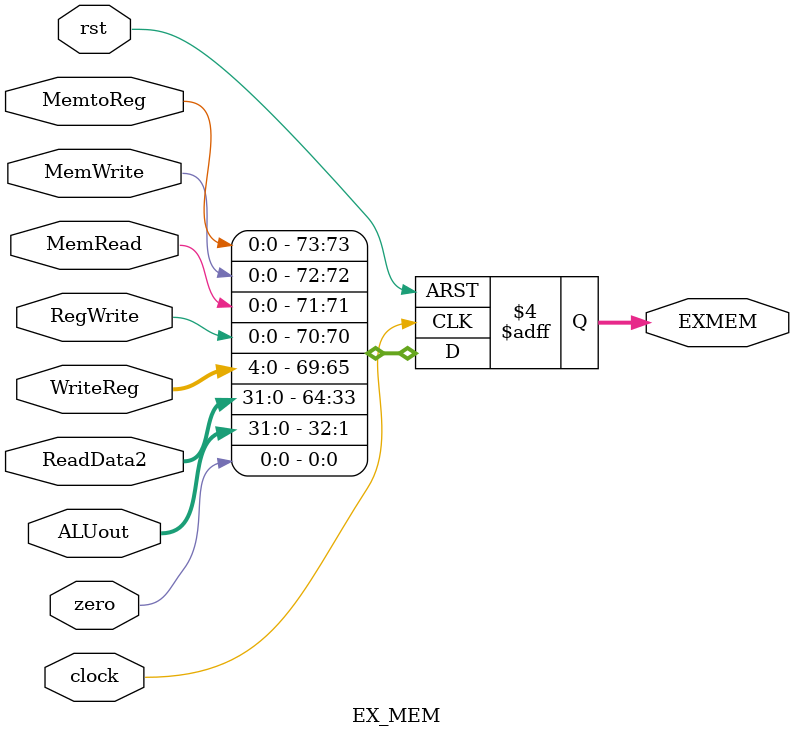
<source format=v>

module EX_MEM(clock,rst, MemtoReg,EXMEM, zero, ALUout, ReadData2, WriteReg, RegWrite,MemRead,MemWrite);

input clock, rst, zero, RegWrite,MemRead,MemWrite,MemtoReg;
input [31:0] ALUout,ReadData2;
input [4:0] WriteReg;
output reg [73:0] EXMEM;



always @(posedge clock, posedge rst)
begin

if(rst==1) 
	EXMEM = 0;
else if (clock ==1) begin 
	EXMEM[0]		<= zero;
	EXMEM[32:1]	<= ALUout;
	EXMEM[64:33]<= ReadData2;
	EXMEM[69:65]<= WriteReg;
	EXMEM[70]	<= RegWrite;
	EXMEM[71]	<= MemRead;
	EXMEM[72]	<= MemWrite;
	EXMEM[73]	<= MemtoReg;	
end
end
endmodule


</source>
